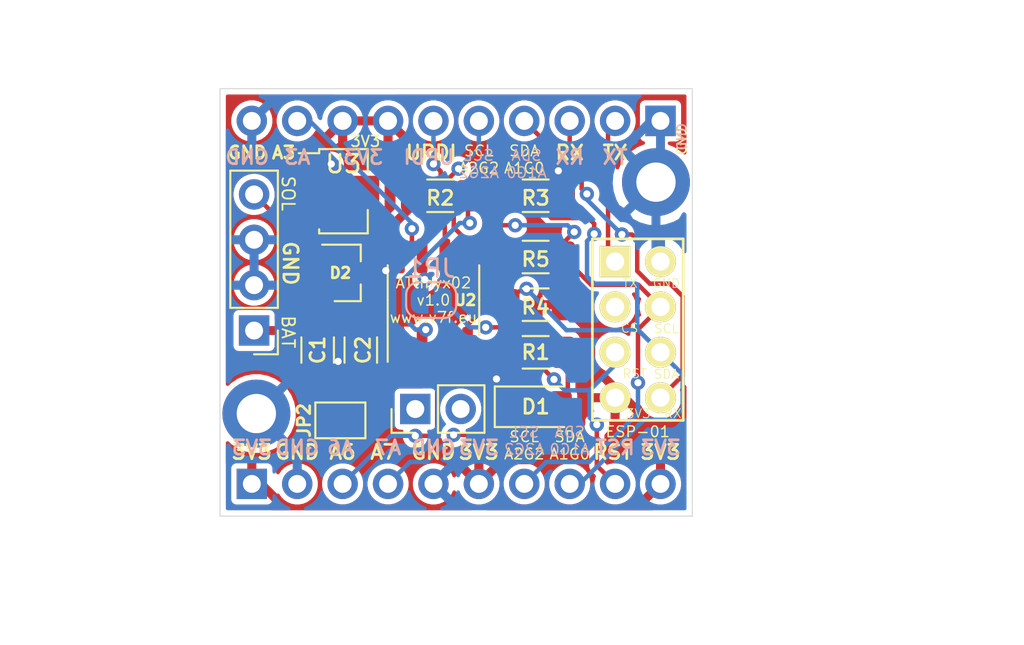
<source format=kicad_pcb>
(kicad_pcb (version 20241229) (generator "pcbnew") (generator_version "9.0")
  (title_block (title "ESP Attiny") (date "2021-06-19") (rev "0.1") (company "www.v7f.eu"))
  (layers (0 "F.Cu" signal) (2 "B.Cu" signal) (13 "F.Paste" user) (15 "B.Paste" user) (5 "F.SilkS" user) (7 "B.SilkS" user) (1 "F.Mask" user) (3 "B.Mask" user) (25 "Edge.Cuts" user))
  (net 0 "")
  (net 1 "GND")
  (net 2 "+3V3")
  (net 3 "Net-(D2-Pad2)")
  (net 4 "Net-(D1-Pad2)")
  (net 5 "+BATT")
  (net 6 "/A7")
  (net 7 "/RST")
  (net 8 "/TX")
  (net 9 "/RX")
  (net 10 "/A3")
  (net 11 "Net-(JP3-Pad2)")
  (net 12 "/A6")
  (net 13 "/SDA-A1")
  (net 14 "/SCL-A2")
  (net 15 "/UPDI")
  (net 16 "Net-(D2-Pad1)")
  (footprint "MountingHole:MountingHole_2.2mm_M2_DIN965_Pad" (layer "F.Cu") (at 47.752 58.547)
    (property "Reference" "REF**" (hide yes))
    (property "Value" "MountingHole_2.2mm_M2_DIN965_Pad")
    (pad "1" thru_hole circle (at 0 0) (size 3.8 3.8) (drill 2.2) (layers "*.Cu" "*.Mask") (net 1 "GND"))
  )
  (footprint "Jumper:SolderJumper-2_P1.3mm_Open_Pad1.0x1.5mm" (layer "F.Cu") (at 52.451 58.928)
    (property "Reference" "JP2" (at -2.032 0 90) (layer "F.SilkS") (effects (font (size 0.7 0.7))))
    (property "Value" "SolderJumper_2_Open")
    (fp_line (start -1.4 -1) (end 1.4 -1) (stroke (width 0.12)) (layer "F.SilkS"))
    (fp_line (start -1.4 1) (end -1.4 -1) (stroke (width 0.12)) (layer "F.SilkS"))
    (fp_line (start 1.4 -1) (end 1.4 1) (stroke (width 0.12)) (layer "F.SilkS"))
    (fp_line (start 1.4 1) (end -1.4 1) (stroke (width 0.12)) (layer "F.SilkS"))
    (pad "1" smd rect (at -0.65 0) (size 1 1.5) (layers "F.Cu" "F.Mask") (net 2 "+3V3"))
    (pad "2" smd rect (at 0.65 0) (size 1 1.5) (layers "F.Cu" "F.Mask") (net 5 "+BATT"))
  )
  (footprint "Capacitor_SMD:C_1206_3216Metric_Pad1.33x1.80mm_HandSolder" (layer "F.Cu") (at 51.181 54.991 -90)
    (property "Reference" "C1" (at 0 0 90) (layer "F.SilkS") (effects (font (size 0.8 0.8))))
    (property "Value" "1u")
    (fp_line (start -0.711252 0.91) (end 0.711252 0.91) (stroke (width 0.12)) (layer "F.SilkS"))
    (fp_line (start -0.711252 -0.91) (end 0.711252 -0.91) (stroke (width 0.12)) (layer "F.SilkS"))
    (pad "1" smd roundrect (at -1.5625 0 270) (size 1.325 1.8) (layers "F.Cu" "F.Mask" "F.Paste") (roundrect_rratio 0.188679) (net 5 "+BATT"))
    (pad "2" smd roundrect (at 1.5625 0 270) (size 1.325 1.8) (layers "F.Cu" "F.Mask" "F.Paste") (roundrect_rratio 0.188679) (net 1 "GND"))
  )
  (footprint "Capacitor_SMD:C_1206_3216Metric_Pad1.33x1.80mm_HandSolder" (layer "F.Cu") (at 53.594 54.991 -90)
    (property "Reference" "C2" (at 0 -0.127 90) (layer "F.SilkS") (effects (font (size 0.8 0.8))))
    (property "Value" "1u")
    (fp_line (start -0.711252 0.91) (end 0.711252 0.91) (stroke (width 0.12)) (layer "F.SilkS"))
    (fp_line (start -0.711252 -0.91) (end 0.711252 -0.91) (stroke (width 0.12)) (layer "F.SilkS"))
    (pad "1" smd roundrect (at -1.5625 0 270) (size 1.325 1.8) (layers "F.Cu" "F.Mask" "F.Paste") (roundrect_rratio 0.188679) (net 2 "+3V3"))
    (pad "2" smd roundrect (at 1.5625 0 270) (size 1.325 1.8) (layers "F.Cu" "F.Mask" "F.Paste") (roundrect_rratio 0.188679) (net 1 "GND"))
  )
  (footprint "Resistor_SMD:R_1206_3216Metric_Pad1.30x1.75mm_HandSolder" (layer "F.Cu") (at 63.373 55.118)
    (property "Reference" "R1" (at 0 0 0) (layer "F.SilkS") (effects (font (size 0.8 0.8))))
    (property "Value" "220")
    (fp_line (start -0.727064 -0.91) (end 0.727064 -0.91) (stroke (width 0.12)) (layer "F.SilkS"))
    (fp_line (start -0.727064 0.91) (end 0.727064 0.91) (stroke (width 0.12)) (layer "F.SilkS"))
    (pad "1" smd roundrect (at -1.55 0) (size 1.3 1.75) (layers "F.Cu" "F.Mask" "F.Paste") (roundrect_rratio 0.192308) (net 6 "/A7"))
    (pad "2" smd roundrect (at 1.55 0) (size 1.3 1.75) (layers "F.Cu" "F.Mask" "F.Paste") (roundrect_rratio 0.192308) (net 4 "Net-(D1-Pad2)"))
  )
  (footprint "Resistor_SMD:R_1206_3216Metric_Pad1.30x1.75mm_HandSolder" (layer "F.Cu") (at 58.039 46.355 180)
    (property "Reference" "R2" (at 0 -0.127 0) (layer "F.SilkS") (effects (font (size 0.8 0.8))))
    (property "Value" "1M")
    (fp_line (start -0.727064 0.91) (end 0.727064 0.91) (stroke (width 0.12)) (layer "F.SilkS"))
    (fp_line (start -0.727064 -0.91) (end 0.727064 -0.91) (stroke (width 0.12)) (layer "F.SilkS"))
    (pad "1" smd roundrect (at -1.55 0 180) (size 1.3 1.75) (layers "F.Cu" "F.Mask" "F.Paste") (roundrect_rratio 0.192308) (net 12 "/A6"))
    (pad "2" smd roundrect (at 1.55 0 180) (size 1.3 1.75) (layers "F.Cu" "F.Mask" "F.Paste") (roundrect_rratio 0.192308) (net 5 "+BATT"))
  )
  (footprint "Resistor_SMD:R_1206_3216Metric_Pad1.30x1.75mm_HandSolder" (layer "F.Cu") (at 63.373 46.355 180)
    (property "Reference" "R3" (at 0 -0.127 0) (layer "F.SilkS") (effects (font (size 0.8 0.8))))
    (property "Value" "1M")
    (fp_line (start -0.727064 0.91) (end 0.727064 0.91) (stroke (width 0.12)) (layer "F.SilkS"))
    (fp_line (start -0.727064 -0.91) (end 0.727064 -0.91) (stroke (width 0.12)) (layer "F.SilkS"))
    (pad "1" smd roundrect (at -1.55 0 180) (size 1.3 1.75) (layers "F.Cu" "F.Mask" "F.Paste") (roundrect_rratio 0.192308) (net 1 "GND"))
    (pad "2" smd roundrect (at 1.55 0 180) (size 1.3 1.75) (layers "F.Cu" "F.Mask" "F.Paste") (roundrect_rratio 0.192308) (net 12 "/A6"))
  )
  (footprint "Package_SO:SOIC-8_3.9x4.9mm_P1.27mm" (layer "F.Cu") (at 57.658 52.197 90)
    (property "Reference" "U2" (at 0 1.778 180) (layer "F.SilkS") (effects (font (size 0.6 0.6))))
    (property "Value" "ATtiny402-SS")
    (fp_line (start 0 -2.56) (end 1.95 -2.56) (stroke (width 0.12)) (layer "F.SilkS"))
    (fp_line (start 0 -2.56) (end -3.45 -2.56) (stroke (width 0.12)) (layer "F.SilkS"))
    (fp_line (start 0 2.56) (end 1.95 2.56) (stroke (width 0.12)) (layer "F.SilkS"))
    (fp_line (start 0 2.56) (end -1.95 2.56) (stroke (width 0.12)) (layer "F.SilkS"))
    (pad "1" smd roundrect (at -2.475 -1.905 90) (size 1.95 0.6) (layers "F.Cu" "F.Mask" "F.Paste") (net 2 "+3V3"))
    (pad "2" smd roundrect (at -2.475 -0.635 90) (size 1.95 0.6) (layers "F.Cu" "F.Mask" "F.Paste") (net 12 "/A6"))
    (pad "3" smd roundrect (at -2.475 0.635 90) (size 1.95 0.6) (layers "F.Cu" "F.Mask" "F.Paste") (net 6 "/A7"))
    (pad "4" smd roundrect (at -2.475 1.905 90) (size 1.95 0.6) (layers "F.Cu" "F.Mask" "F.Paste") (net 13 "/SDA-A1"))
    (pad "5" smd roundrect (at 2.475 1.905 90) (size 1.95 0.6) (layers "F.Cu" "F.Mask" "F.Paste") (net 14 "/SCL-A2"))
    (pad "6" smd roundrect (at 2.475 0.635 90) (size 1.95 0.6) (layers "F.Cu" "F.Mask" "F.Paste") (net 15 "/UPDI"))
    (pad "7" smd roundrect (at 2.475 -0.635 90) (size 1.95 0.6) (layers "F.Cu" "F.Mask" "F.Paste") (net 10 "/A3"))
    (pad "8" smd roundrect (at 2.475 -1.905 90) (size 1.95 0.6) (layers "F.Cu" "F.Mask" "F.Paste") (net 1 "GND"))
  )
  (footprint "MountingHole:MountingHole_2.2mm_M2_DIN965_Pad" (layer "F.Cu") (at 70.104 45.593)
    (property "Reference" "REF**" (hide yes))
    (property "Value" "MountingHole_2.2mm_M2_DIN965_Pad")
    (pad "1" thru_hole circle (at 0 0) (size 3.8 3.8) (drill 2.2) (layers "*.Cu" "*.Mask") (net 1 "GND"))
  )
  (footprint "Resistor_SMD:R_1206_3216Metric_Pad1.30x1.75mm_HandSolder" (layer "F.Cu") (at 63.373 49.784)
    (property "Reference" "R5" (at 0 0.127 0) (layer "F.SilkS") (effects (font (size 0.8 0.8))))
    (property "Value" "4k7")
    (fp_line (start -0.727064 -0.91) (end 0.727064 -0.91) (stroke (width 0.12)) (layer "F.SilkS"))
    (fp_line (start -0.727064 0.91) (end 0.727064 0.91) (stroke (width 0.12)) (layer "F.SilkS"))
    (pad "1" smd roundrect (at -1.55 0) (size 1.3 1.75) (layers "F.Cu" "F.Mask" "F.Paste") (roundrect_rratio 0.192308) (net 2 "+3V3"))
    (pad "2" smd roundrect (at 1.55 0) (size 1.3 1.75) (layers "F.Cu" "F.Mask" "F.Paste") (roundrect_rratio 0.192308) (net 14 "/SCL-A2"))
  )
  (footprint "Package_TO_SOT_SMD:SOT-23" (layer "F.Cu") (at 52.832 50.673)
    (property "Reference" "D2" (at -0.381 0 0) (layer "F.SilkS") (effects (font (size 0.6 0.6))))
    (property "Value" "BAT54S")
    (fp_line (start 0.76 -1.58) (end -1.4 -1.58) (stroke (width 0.12)) (layer "F.SilkS"))
    (fp_line (start 0.76 -1.58) (end 0.76 -0.65) (stroke (width 0.12)) (layer "F.SilkS"))
    (fp_line (start 0.76 1.58) (end -0.7 1.58) (stroke (width 0.12)) (layer "F.SilkS"))
    (fp_line (start 0.76 1.58) (end 0.76 0.65) (stroke (width 0.12)) (layer "F.SilkS"))
    (pad "1" smd rect (at -1 -0.95) (size 0.9 0.8) (layers "F.Cu" "F.Mask" "F.Paste") (net 16 "Net-(D2-Pad1)"))
    (pad "2" smd rect (at -1 0.95) (size 0.9 0.8) (layers "F.Cu" "F.Mask" "F.Paste") (net 3 "Net-(D2-Pad2)"))
    (pad "3" smd rect (at 1 0) (size 0.9 0.8) (layers "F.Cu" "F.Mask" "F.Paste") (net 5 "+BATT"))
  )
  (footprint "Resistor_SMD:R_1206_3216Metric_Pad1.30x1.75mm_HandSolder" (layer "F.Cu") (at 63.373 52.451 180)
    (property "Reference" "R4" (at 0 -0.127 0) (layer "F.SilkS") (effects (font (size 0.8 0.8))))
    (property "Value" "4k7")
    (fp_line (start -0.727064 0.91) (end 0.727064 0.91) (stroke (width 0.12)) (layer "F.SilkS"))
    (fp_line (start -0.727064 -0.91) (end 0.727064 -0.91) (stroke (width 0.12)) (layer "F.SilkS"))
    (pad "1" smd roundrect (at -1.55 0 180) (size 1.3 1.75) (layers "F.Cu" "F.Mask" "F.Paste") (roundrect_rratio 0.192308) (net 2 "+3V3"))
    (pad "2" smd roundrect (at 1.55 0 180) (size 1.3 1.75) (layers "F.Cu" "F.Mask" "F.Paste") (roundrect_rratio 0.192308) (net 13 "/SDA-A1"))
  )
  (footprint "Connector_PinHeader_2.54mm:PinHeader_1x04_P2.54mm_Vertical" (layer "F.Cu") (at 47.625 53.8988 180)
    (property "Reference" "J3" (hide yes))
    (property "Value" "Conn_01x04_Male")
    (fp_line (start 1.33 1.27) (end 1.33 8.95) (stroke (width 0.12)) (layer "F.SilkS"))
    (fp_line (start -1.33 8.95) (end 1.33 8.95) (stroke (width 0.12)) (layer "F.SilkS"))
    (fp_line (start -1.33 1.27) (end 1.33 1.27) (stroke (width 0.12)) (layer "F.SilkS"))
    (fp_line (start -1.33 1.27) (end -1.33 8.95) (stroke (width 0.12)) (layer "F.SilkS"))
    (fp_line (start -1.33 0) (end -1.33 -1.33) (stroke (width 0.12)) (layer "F.SilkS"))
    (fp_line (start -1.33 -1.33) (end 0 -1.33) (stroke (width 0.12)) (layer "F.SilkS"))
    (pad "1" thru_hole rect (at 0 0 180) (size 1.7 1.7) (drill 1) (layers "*.Cu" "*.Mask") (net 5 "+BATT"))
    (pad "2" thru_hole oval (at 0 2.54 180) (size 1.7 1.7) (drill 1) (layers "*.Cu" "*.Mask") (net 1 "GND"))
    (pad "3" thru_hole oval (at 0 5.08 180) (size 1.7 1.7) (drill 1) (layers "*.Cu" "*.Mask") (net 1 "GND"))
    (pad "4" thru_hole oval (at 0 7.62 180) (size 1.7 1.7) (drill 1) (layers "*.Cu" "*.Mask") (net 16 "Net-(D2-Pad1)"))
  )
  (footprint "LED_SMD:LED_1206_3216Metric" (layer "F.Cu") (at 63.373 58.166)
    (property "Reference" "D1" (at 0 0 0) (layer "F.SilkS") (effects (font (size 0.8 0.8))))
    (property "Value" "LED")
    (fp_line (start -2.285 -1.135) (end -2.285 1.135) (stroke (width 0.12)) (layer "F.SilkS"))
    (fp_line (start -2.285 1.135) (end 1.6 1.135) (stroke (width 0.12)) (layer "F.SilkS"))
    (fp_line (start 1.6 -1.135) (end -2.285 -1.135) (stroke (width 0.12)) (layer "F.SilkS"))
    (pad "1" smd roundrect (at -1.4 0) (size 1.25 1.75) (layers "F.Cu" "F.Mask" "F.Paste") (roundrect_rratio 0.2) (net 1 "GND"))
    (pad "2" smd roundrect (at 1.4 0) (size 1.25 1.75) (layers "F.Cu" "F.Mask" "F.Paste") (roundrect_rratio 0.2) (net 4 "Net-(D1-Pad2)"))
  )
  (footprint "Package_TO_SOT_SMD:SOT-89-3" (layer "F.Cu") (at 52.324 46.101)
    (property "Reference" "U3" (at 0.3 -1.524 0) (layer "F.SilkS"))
    (property "Value" "MCP1700")
    (fp_line (start -2.2 -2.13) (end -1.06 -2.13) (stroke (width 0.12)) (layer "F.SilkS"))
    (fp_line (start -1.06 -2.36) (end -1.06 -2.13) (stroke (width 0.12)) (layer "F.SilkS"))
    (fp_line (start -1.06 -2.36) (end 1.66 -2.36) (stroke (width 0.12)) (layer "F.SilkS"))
    (fp_line (start -1.06 2.36) (end -1.06 2.13) (stroke (width 0.12)) (layer "F.SilkS"))
    (fp_line (start 1.66 -2.36) (end 1.66 -1.05) (stroke (width 0.12)) (layer "F.SilkS"))
    (fp_line (start 1.66 1.05) (end 1.66 2.36) (stroke (width 0.12)) (layer "F.SilkS"))
    (fp_line (start 1.66 2.36) (end -1.06 2.36) (stroke (width 0.12)) (layer "F.SilkS"))
    (pad "1" smd rect (at -1.65 -1.5) (size 1.3 0.9) (layers "F.Cu" "F.Mask" "F.Paste") (net 1 "GND"))
    (pad "2" smd custom (at -1.5625 0) (size 1.475 0.9) (layers "F.Cu" "F.Mask" "F.Paste") (net 5 "+BATT") (options (clearance outline) (anchor rect)) (primitives (gr_poly (pts (xy 0.7375 -0.8665) (xy 3.8625 -0.8665) (xy 3.8625 0.8665) (xy 0.7375 0.8665)) (width 0) (fill yes))))
    (pad "3" smd rect (at -1.65 1.5) (size 1.3 0.9) (layers "F.Cu" "F.Mask" "F.Paste") (net 2 "+3V3"))
  )
  (footprint "Connector_PinHeader_2.54mm:PinHeader_1x02_P2.54mm_Vertical" (layer "F.Cu") (at 56.642 58.293 90)
    (property "Reference" "REF**" (hide yes))
    (property "Value" "PinHeader_1x02_P2.54mm_Vertical")
    (fp_line (start -1.33 -1.33) (end 0 -1.33) (stroke (width 0.12)) (layer "F.SilkS"))
    (fp_line (start -1.33 0) (end -1.33 -1.33) (stroke (width 0.12)) (layer "F.SilkS"))
    (fp_line (start 1.33 1.27) (end 1.33 3.87) (stroke (width 0.12)) (layer "F.SilkS"))
    (fp_line (start -1.33 1.27) (end 1.33 1.27) (stroke (width 0.12)) (layer "F.SilkS"))
    (fp_line (start -1.33 1.27) (end -1.33 3.87) (stroke (width 0.12)) (layer "F.SilkS"))
    (fp_line (start -1.33 3.87) (end 1.33 3.87) (stroke (width 0.12)) (layer "F.SilkS"))
    (pad "1" thru_hole rect (at 0 0 90) (size 1.7 1.7) (drill 1) (layers "*.Cu" "*.Mask"))
    (pad "2" thru_hole oval (at 0 2.54 90) (size 1.7 1.7) (drill 1) (layers "*.Cu" "*.Mask"))
  )
  (footprint "ESP8266:ESP-01" (layer "F.Cu") (at 67.818 50.038)
    (property "Reference" "U1" (hide yes))
    (property "Value" "ESP-01v090")
    (fp_line (start -1.27 -1.27) (end -1.27 1.27) (stroke (width 0.1524)) (layer "F.SilkS"))
    (fp_line (start -1.27 1.27) (end -1.27 8.89) (stroke (width 0.1524)) (layer "F.SilkS"))
    (fp_line (start -1.27 8.89) (end 3.81 8.89) (stroke (width 0.1524)) (layer "F.SilkS"))
    (fp_line (start 1.27 -1.27) (end -1.27 -1.27) (stroke (width 0.1524)) (layer "F.SilkS"))
    (fp_line (start 3.81 -1.27) (end 1.27 -1.27) (stroke (width 0.1524)) (layer "F.SilkS"))
    (fp_line (start 3.81 8.89) (end 3.81 -1.27) (stroke (width 0.1524)) (layer "F.SilkS"))
    (pad "1" thru_hole rect (at 0 0) (size 1.7272 1.7272) (drill 1.016) (layers "*.Cu" "*.Mask" "F.SilkS") (net 8 "/TX"))
    (pad "2" thru_hole oval (at 2.54 0) (size 1.7272 1.7272) (drill 1.016) (layers "*.Cu" "*.Mask" "F.SilkS") (net 1 "GND"))
    (pad "3" thru_hole oval (at 0 2.54) (size 1.7272 1.7272) (drill 1.016) (layers "*.Cu" "*.Mask" "F.SilkS") (net 11 "Net-(JP3-Pad2)"))
    (pad "4" thru_hole oval (at 2.54 2.54) (size 1.7272 1.7272) (drill 1.016) (layers "*.Cu" "*.Mask" "F.SilkS") (net 14 "/SCL-A2"))
    (pad "5" thru_hole oval (at 0 5.08) (size 1.7272 1.7272) (drill 1.016) (layers "*.Cu" "*.Mask" "F.SilkS") (net 7 "/RST"))
    (pad "6" thru_hole oval (at 2.54 5.08) (size 1.7272 1.7272) (drill 1.016) (layers "*.Cu" "*.Mask" "F.SilkS") (net 13 "/SDA-A1"))
    (pad "7" thru_hole oval (at 0 7.62) (size 1.7272 1.7272) (drill 1.016) (layers "*.Cu" "*.Mask" "F.SilkS") (net 2 "+3V3"))
    (pad "8" thru_hole oval (at 2.54 7.62) (size 1.7272 1.7272) (drill 1.016) (layers "*.Cu" "*.Mask" "F.SilkS") (net 9 "/RX"))
  )
  (footprint "Connector_PinHeader_2.54mm:PinHeader_1x10_P2.54mm_Vertical" (layer "B.Cu") (at 70.358 42.164 90)
    (property "Reference" "J2" (hide yes))
    (property "Value" "Conn_01x10_Male")
    (pad "1" thru_hole rect (at 0 0 90) (size 1.7 1.7) (drill 1) (layers "*.Cu" "*.Mask") (net 1 "GND"))
    (pad "2" thru_hole oval (at 0 -2.54 90) (size 1.7 1.7) (drill 1) (layers "*.Cu" "*.Mask") (net 8 "/TX"))
    (pad "3" thru_hole oval (at 0 -5.08 90) (size 1.7 1.7) (drill 1) (layers "*.Cu" "*.Mask") (net 9 "/RX"))
    (pad "4" thru_hole oval (at 0 -7.62 90) (size 1.7 1.7) (drill 1) (layers "*.Cu" "*.Mask") (net 13 "/SDA-A1"))
    (pad "5" thru_hole oval (at 0 -10.16 90) (size 1.7 1.7) (drill 1) (layers "*.Cu" "*.Mask") (net 14 "/SCL-A2"))
    (pad "6" thru_hole oval (at 0 -12.7 90) (size 1.7 1.7) (drill 1) (layers "*.Cu" "*.Mask") (net 15 "/UPDI"))
    (pad "7" thru_hole oval (at 0 -15.24 90) (size 1.7 1.7) (drill 1) (layers "*.Cu" "*.Mask") (net 2 "+3V3"))
    (pad "8" thru_hole oval (at 0 -17.78 90) (size 1.7 1.7) (drill 1) (layers "*.Cu" "*.Mask") (net 2 "+3V3"))
    (pad "9" thru_hole oval (at 0 -20.32 90) (size 1.7 1.7) (drill 1) (layers "*.Cu" "*.Mask") (net 10 "/A3"))
    (pad "10" thru_hole oval (at 0 -22.86 90) (size 1.7 1.7) (drill 1) (layers "*.Cu" "*.Mask") (net 1 "GND"))
  )
  (footprint "Jumper:SolderJumper-2_P1.3mm_Bridged_RoundedPad1.0x1.5mm" (layer "B.Cu") (at 57.531 52.197)
    (property "Reference" "JP1" (at -0.015 -1.778 0) (layer "B.SilkS") (effects (justify mirror)))
    (property "Value" "SolderJumper_2")
    (fp_poly (pts (xy 0.25 0.3) (xy -0.25 0.3) (xy -0.25 -0.3) (xy 0.25 -0.3)) (fill yes) (layer "B.Cu"))
    (fp_line (start -1.4 -0.3) (end -1.4 0.3) (stroke (width 0.12)) (layer "B.SilkS"))
    (fp_line (start -0.7 1) (end 0.7 1) (stroke (width 0.12)) (layer "B.SilkS"))
    (fp_line (start 0.7 -1) (end -0.7 -1) (stroke (width 0.12)) (layer "B.SilkS"))
    (fp_line (start 1.4 0.3) (end 1.4 -0.3) (stroke (width 0.12)) (layer "B.SilkS"))
    (fp_arc (start -1.4 -0.3) (mid -1.194975 -0.794975) (end -0.7 -1) (stroke (width 0.12)) (layer "B.SilkS"))
    (fp_arc (start -0.7 1) (mid -1.194975 0.794975) (end -1.4 0.3) (stroke (width 0.12)) (layer "B.SilkS"))
    (fp_arc (start 0.7 -1) (mid 1.194975 -0.794975) (end 1.4 -0.3) (stroke (width 0.12)) (layer "B.SilkS"))
    (fp_arc (start 1.4 0.3) (mid 1.194975 0.794975) (end 0.7 1) (stroke (width 0.12)) (layer "B.SilkS"))
    (pad "1" smd custom (at -0.65 0) (size 1 0.5) (layers "B.Cu" "B.Mask") (net 10 "/A3") (options (clearance outline) (anchor rect)) (primitives (gr_circle (center 0 -0.25) (end 0.5 -0.25) (width 0) (fill yes)) (gr_circle (center 0 0.25) (end 0.5 0.25) (width 0) (fill yes)) (gr_poly (pts (xy 0 0.75) (xy 0.5 0.75) (xy 0.5 -0.75) (xy 0 -0.75)) (width 0) (fill yes))))
    (pad "2" smd custom (at 0.65 0) (size 1 0.5) (layers "B.Cu" "B.Mask") (net 7 "/RST") (options (clearance outline) (anchor rect)) (primitives (gr_circle (center 0 -0.25) (end 0.5 -0.25) (width 0) (fill yes)) (gr_circle (center 0 0.25) (end 0.5 0.25) (width 0) (fill yes)) (gr_poly (pts (xy 0 0.75) (xy -0.5 0.75) (xy -0.5 -0.75) (xy 0 -0.75)) (width 0) (fill yes))))
  )
  (footprint "Connector_PinHeader_2.54mm:PinHeader_1x10_P2.54mm_Vertical" (layer "B.Cu") (at 47.498 62.484 -90)
    (property "Reference" "J1" (hide yes))
    (property "Value" "Conn_01x10_Male")
    (pad "1" thru_hole rect (at 0 0 270) (size 1.7 1.7) (drill 1) (layers "*.Cu" "*.Mask") (net 2 "+3V3"))
    (pad "2" thru_hole oval (at 0 -2.54 270) (size 1.7 1.7) (drill 1) (layers "*.Cu" "*.Mask") (net 1 "GND"))
    (pad "3" thru_hole oval (at 0 -5.08 270) (size 1.7 1.7) (drill 1) (layers "*.Cu" "*.Mask") (net 12 "/A6"))
    (pad "4" thru_hole oval (at 0 -7.62 270) (size 1.7 1.7) (drill 1) (layers "*.Cu" "*.Mask") (net 6 "/A7"))
    (pad "5" thru_hole oval (at 0 -10.16 270) (size 1.7 1.7) (drill 1) (layers "*.Cu" "*.Mask") (net 1 "GND"))
    (pad "6" thru_hole oval (at 0 -12.7 270) (size 1.7 1.7) (drill 1) (layers "*.Cu" "*.Mask") (net 2 "+3V3"))
    (pad "7" thru_hole oval (at 0 -15.24 270) (size 1.7 1.7) (drill 1) (layers "*.Cu" "*.Mask") (net 14 "/SCL-A2"))
    (pad "8" thru_hole oval (at 0 -17.78 270) (size 1.7 1.7) (drill 1) (layers "*.Cu" "*.Mask") (net 13 "/SDA-A1"))
    (pad "9" thru_hole oval (at 0 -20.32 270) (size 1.7 1.7) (drill 1) (layers "*.Cu" "*.Mask") (net 7 "/RST"))
    (pad "10" thru_hole oval (at 0 -22.86 270) (size 1.7 1.7) (drill 1) (layers "*.Cu" "*.Mask") (net 2 "+3V3"))
  )
  (gr_line (start 72.136 40.3606) (end 72.136 64.2874) (stroke (width 0.05)) (layer "Edge.Cuts"))
  (gr_line (start 45.72 40.3606) (end 72.136 40.3606) (stroke (width 0.05)) (layer "Edge.Cuts"))
  (gr_line (start 45.72 64.2874) (end 45.72 40.3606) (stroke (width 0.05)) (layer "Edge.Cuts"))
  (gr_line (start 72.136 64.2874) (end 45.72 64.2874) (stroke (width 0.05)) (layer "Edge.Cuts"))
  (gr_text "SCL\nA2G2" (at 60.198 44.323 0) (layer "F.SilkS") (effects (font (size 0.6 0.6) (thickness 0.08))))
  (gr_text "RX" (at 65.278 43.942 0) (layer "F.SilkS") (effects (font (size 0.8 0.8))))
  (gr_text "TX" (at 67.818 43.942 0) (layer "F.SilkS") (effects (font (size 0.8 0.8))))
  (gr_text "GND" (at 49.657 50.1396 -90) (layer "F.SilkS") (effects (font (size 0.8 0.8))))
  (gr_text "SOL" (at 49.53 46.228 -90) (layer "F.SilkS") (effects (font (size 0.7 0.7) (thickness 0.1))))
  (gr_text "BAT" (at 49.53 53.975 -90) (layer "F.SilkS") (effects (font (size 0.7 0.7) (thickness 0.1))))
  (gr_text "ESP-01" (at 69.088 59.563 0) (layer "F.SilkS") (effects (font (size 0.6 0.6) (thickness 0.08))))
  (gr_text "GND" (at 50.038 60.706 0) (layer "F.SilkS") (effects (font (size 0.8 0.8))))
  (gr_text "A7" (at 54.864 60.706 0) (layer "F.SilkS") (effects (font (size 0.8 0.8))))
  (gr_text "3V3" (at 60.198 60.706 0) (layer "F.SilkS") (effects (font (size 0.8 0.8))))
  (gr_text "SDA\nA1G0" (at 62.738 44.323 0) (layer "F.SilkS") (effects (font (size 0.6 0.6) (thickness 0.08))))
  (gr_text "RST" (at 67.691 60.706 0) (layer "F.SilkS") (effects (font (size 0.8 0.8))))
  (gr_text "GND" (at 71.501 43.307 -90) (layer "F.SilkS") (effects (font (size 0.5 0.5) (thickness 0.08))))
  (gr_text "A6" (at 52.578 60.706 0) (layer "F.SilkS") (effects (font (size 0.8 0.8))))
  (gr_text "3V3" (at 47.498 60.706 0) (layer "F.SilkS") (effects (font (size 0.8 0.8))))
  (gr_text "GND" (at 57.658 60.706 0) (layer "F.SilkS") (effects (font (size 0.8 0.8))))
  (gr_text "GND" (at 70.6882 51.2572 0) (layer "F.SilkS") (effects (font (size 0.5 0.5) (thickness 0.05))))
  (gr_text "SCL" (at 70.6882 53.7972 0) (layer "F.SilkS") (effects (font (size 0.5 0.5) (thickness 0.05))))
  (gr_text "3V3" (at 69.1134 58.547 0) (layer "F.SilkS") (effects (font (size 0.5 0.5) (thickness 0.05))))
  (gr_text "RX" (at 71.0438 58.547 0) (layer "F.SilkS") (effects (font (size 0.5 0.5) (thickness 0.05))))
  (gr_text "RST" (at 68.9102 56.3118 0) (layer "F.SilkS") (effects (font (size 0.5 0.5) (thickness 0.05))))
  (gr_text "CS" (at 68.6308 53.7718 0) (layer "F.SilkS") (effects (font (size 0.5 0.5) (thickness 0.05))))
  (gr_text "3V3" (at 70.358 60.706 0) (layer "F.SilkS") (effects (font (size 0.8 0.8))))
  (gr_text "TX" (at 68.6562 51.2572 0) (layer "F.SilkS") (effects (font (size 0.5 0.5) (thickness 0.05))))
  (gr_text "SDA" (at 70.6882 56.3372 0) (layer "F.SilkS") (effects (font (size 0.5 0.5) (thickness 0.05))))
  (gr_text "SDA\nA1G0" (at 65.278 60.325 0) (layer "F.SilkS") (effects (font (size 0.6 0.6) (thickness 0.08))))
  (gr_text "ATtinyx02\nv1.0\nwww.v7f.eu" (at 57.658 52.197 0) (layer "F.SilkS") (effects (font (size 0.6 0.6) (thickness 0.08))))
  (gr_text "UPDI" (at 57.531 43.942 0) (layer "F.SilkS") (effects (font (size 0.8 0.8))))
  (gr_text "SCL\nA2G2" (at 62.738 60.325 0) (layer "F.SilkS") (effects (font (size 0.6 0.6) (thickness 0.08))))
  (gr_text "3V3" (at 53.848 43.307 0) (layer "F.SilkS") (effects (font (size 0.6 0.6) (thickness 0.1))))
  (gr_text "A3" (at 49.276 43.942 0) (layer "F.SilkS") (effects (font (size 0.7 0.7))))
  (gr_text "GND" (at 47.244 43.942 0) (layer "F.SilkS") (effects (font (size 0.7 0.7))))
  (gr_text "3V3" (at 47.498 60.452 0) (layer "B.SilkS") (effects (font (size 0.8 0.8)) (justify mirror)))
  (gr_text "GND" (at 50.038 60.452 0) (layer "B.SilkS") (effects (font (size 0.8 0.8)) (justify mirror)))
  (gr_text "A6" (at 52.451 60.452 0) (layer "B.SilkS") (effects (font (size 0.8 0.8)) (justify mirror)))
  (gr_text "A7" (at 55.118 60.452 0) (layer "B.SilkS") (effects (font (size 0.8 0.8)) (justify mirror)))
  (gr_text "GND" (at 57.658 60.452 0) (layer "B.SilkS") (effects (font (size 0.8 0.8)) (justify mirror)))
  (gr_text "3V3" (at 60.198 60.452 0) (layer "B.SilkS") (effects (font (size 0.8 0.8)) (justify mirror)))
  (gr_text "RST" (at 67.818 60.452 0) (layer "B.SilkS") (effects (font (size 0.8 0.8)) (justify mirror)))
  (gr_text "GND" (at 71.501 43.053 270) (layer "B.SilkS") (effects (font (size 0.5 0.5) (thickness 0.08)) (justify mirror)))
  (gr_text "3V3" (at 70.358 60.452 0) (layer "B.SilkS") (effects (font (size 0.8 0.8)) (justify mirror)))
  (gr_text "GND" (at 47.244 44.196 0) (layer "B.SilkS") (effects (font (size 0.8 0.8)) (justify mirror)))
  (gr_text "TX" (at 67.818 44.196 0) (layer "B.SilkS") (effects (font (size 0.8 0.8)) (justify mirror)))
  (gr_text "A3" (at 50.038 44.196 0) (layer "B.SilkS") (effects (font (size 0.8 0.8)) (justify mirror)))
  (gr_text "SDA\nA1G0" (at 62.865 44.577 0) (layer "B.SilkS") (effects (font (size 0.6 0.6) (thickness 0.08)) (justify mirror)))
  (gr_text "RX" (at 65.278 44.196 0) (layer "B.SilkS") (effects (font (size 0.8 0.8)) (justify mirror)))
  (gr_text "SCL\nA2G2" (at 60.198 44.577 0) (layer "B.SilkS") (effects (font (size 0.6 0.6) (thickness 0.08)) (justify mirror)))
  (gr_text "SCL\nA2G2" (at 62.738 60.071 0) (layer "B.SilkS") (effects (font (size 0.6 0.6) (thickness 0.08)) (justify mirror)))
  (gr_text "SDA\nA1G0" (at 65.278 60.071 0) (layer "B.SilkS") (effects (font (size 0.6 0.6) (thickness 0.08)) (justify mirror)))
  (gr_text "UPDI" (at 57.404 44.196 0) (layer "B.SilkS") (effects (font (size 0.8 0.8)) (justify mirror)))
  (gr_text "3V3" (at 53.721 44.196 0) (layer "B.SilkS") (effects (font (size 0.8 0.8)) (justify mirror)))
  (segment (start 64.923 45.329997) (end 64.65299 45.059987) (width 0.5) (layer "F.Cu") (net 1))
  (segment (start 61.938441 56.610441) (end 61.973 56.645) (width 0.5) (layer "F.Cu") (net 1))
  (segment (start 65.074368 46.355) (end 65.219486 46.500118) (width 0.5) (layer "F.Cu") (net 1))
  (segment (start 64.65299 44.96799) (end 64.643 44.958) (width 0.5) (layer "F.Cu") (net 1))
  (segment (start 53.594 56.5535) (end 53.2515 56.5535) (width 0.5) (layer "F.Cu") (net 1))
  (segment (start 64.923 46.355) (end 65.074368 46.355) (width 0.5) (layer "F.Cu") (net 1))
  (segment (start 55.753 49.784) (end 54.991 50.546) (width 0.5) (layer "F.Cu") (net 1))
  (segment (start 61.18352 56.610441) (end 61.938441 56.610441) (width 0.5) (layer "F.Cu") (net 1))
  (segment (start 61.973 56.645) (end 61.976 56.642) (width 0.5) (layer "F.Cu") (net 1))
  (segment (start 55.753 49.722) (end 55.753 49.784) (width 0.5) (layer "F.Cu") (net 1))
  (segment (start 50.675 44.577) (end 51.943 44.577) (width 0.5) (layer "F.Cu") (net 1))
  (segment (start 53.2515 56.5535) (end 52.324 55.626) (width 0.5) (layer "F.Cu") (net 1))
  (segment (start 50.674 44.601) (end 50.674 44.578) (width 0.5) (layer "F.Cu") (net 1))
  (segment (start 50.674 44.578) (end 50.675 44.577) (width 0.5) (layer "F.Cu") (net 1))
  (segment (start 64.65299 45.059987) (end 64.65299 44.96799) (width 0.5) (layer "F.Cu") (net 1))
  (segment (start 52.324 55.626) (end 51.181 56.5535) (width 0.5) (layer "F.Cu") (net 1))
  (segment (start 61.973 58.166) (end 61.973 56.645) (width 0.5) (layer "F.Cu") (net 1))
  (segment (start 64.923 46.355) (end 64.923 45.329997) (width 0.5) (layer "F.Cu") (net 1))
  (via (at 54.991 50.546) (size 0.8) (drill 0.4) (layers "F.Cu" "B.Cu") (net 1))
  (via (at 52.324 55.626) (size 0.8) (drill 0.4) (layers "F.Cu" "B.Cu") (net 1))
  (via (at 64.643 44.958) (size 0.8) (drill 0.4) (layers "F.Cu" "B.Cu") (net 1))
  (via (at 51.943 44.577) (size 0.8) (drill 0.4) (layers "F.Cu" "B.Cu") (net 1))
  (via (at 61.18352 56.610441) (size 0.8) (drill 0.4) (layers "F.Cu" "B.Cu") (net 1))
  (segment (start 70.358 42.164) (end 69.85 42.164) (width 0.5) (layer "B.Cu") (net 1))
  (segment (start 48.514 41.148) (end 48.768 41.148) (width 0.5) (layer "B.Cu") (net 1))
  (segment (start 57.658 62.484) (end 58.674 63.5) (width 0.5) (layer "B.Cu") (net 1))
  (segment (start 58.674 61.468) (end 58.928 61.468) (width 0.5) (layer "B.Cu") (net 1))
  (segment (start 70.358 42.164) (end 70.358 45.339) (width 0.5) (layer "B.Cu") (net 1))
  (segment (start 70.104 45.593) (end 70.104 49.784) (width 0.5) (layer "B.Cu") (net 1))
  (segment (start 57.658 62.484) (end 58.674 61.468) (width 0.5) (layer "B.Cu") (net 1))
  (segment (start 58.674 63.5) (end 59.055 63.5) (width 0.5) (layer "B.Cu") (net 1))
  (segment (start 47.498 42.164) (end 48.514 41.148) (width 0.5) (layer "B.Cu") (net 1))
  (segment (start 70.104 49.784) (end 70.358 50.038) (width 0.5) (layer "B.Cu") (net 1))
  (segment (start 70.358 42.164) (end 69.977 42.164) (width 0.5) (layer "B.Cu") (net 1))
  (segment (start 70.358 45.339) (end 70.104 45.593) (width 0.5) (layer "B.Cu") (net 1))
  (segment (start 69.85 42.164) (end 68.326 43.688) (width 0.5) (layer "B.Cu") (net 1))
  (segment (start 66.548 57.658) (end 65.89801 58.30799) (width 0.5) (layer "F.Cu") (net 2))
  (segment (start 70.358 62.484) (end 69.215 63.627) (width 0.5) (layer "F.Cu") (net 2))
  (segment (start 65.89801 58.30799) (end 65.89801 59.101668) (width 0.5) (layer "F.Cu") (net 2))
  (segment (start 69.469 58.78713) (end 68.33987 57.658) (width 0.5) (layer "F.Cu") (net 2))
  (segment (start 53.594 53.4285) (end 56.372244 53.4285) (width 0.5) (layer "F.Cu") (net 2))
  (segment (start 67.818 57.658) (end 67.818 57.13613) (width 0.5) (layer "F.Cu") (net 2))
  (segment (start 61.548001 61.133999) (end 60.198 62.484) (width 0.5) (layer "F.Cu") (net 2))
  (segment (start 69.469 59.563) (end 69.469 58.78713) (width 0.5) (layer "F.Cu") (net 2))
  (segment (start 65.89801 59.101668) (end 63.865679 61.133999) (width 0.5) (layer "F.Cu") (net 2))
  (segment (start 68.33987 57.658) (end 67.818 57.658) (width 0.5) (layer "F.Cu") (net 2))
  (segment (start 70.358 60.452) (end 69.469 59.563) (width 0.5) (layer "F.Cu") (net 2))
  (segment (start 70.358 62.484) (end 70.358 60.452) (width 0.5) (layer "F.Cu") (net 2))
  (segment (start 67.818 57.658) (end 66.548 57.658) (width 0.5) (layer "F.Cu") (net 2))
  (segment (start 62.473 49.784) (end 61.823 49.784) (width 0.5) (layer "F.Cu") (net 2))
  (segment (start 56.630999 43.676999) (end 55.118 42.164) (width 0.5) (layer "F.Cu") (net 2))
  (segment (start 64.923 52.096) (end 63.754 50.927) (width 0.5) (layer "F.Cu") (net 2))
  (segment (start 52.578 42.164) (end 51.091001 43.650999) (width 0.5) (layer "F.Cu") (net 2))
  (segment (start 64.923 52.451) (end 64.923 52.234) (width 0.5) (layer "F.Cu") (net 2))
  (segment (start 49.52399 46.758114) (end 50.366876 47.601) (width 0.5) (layer "F.Cu") (net 2))
  (segment (start 51.091001 43.650999) (end 49.623999 43.650999) (width 0.5) (layer "F.Cu") (net 2))
  (segment (start 66.454399 55.772529) (end 66.454399 53.982399) (width 0.5) (layer "F.Cu") (net 2))
  (segment (start 50.366876 47.601) (end 50.674 47.601) (width 0.5) (layer "F.Cu") (net 2))
  (segment (start 55.118 42.164) (end 52.578 42.164) (width 0.5) (layer "F.Cu") (net 2))
  (segment (start 47.498 62.484) (end 48.006 62.484) (width 0.5) (layer "F.Cu") (net 2))
  (segment (start 64.923 52.451) (end 64.923 52.096) (width 0.5) (layer "F.Cu") (net 2))
  (segment (start 69.469 59.563) (end 69.596 59.563) (width 0.5) (layer "F.Cu") (net 2))
  (segment (start 67.818 57.13613) (end 66.454399 55.772529) (width 0.5) (layer "F.Cu") (net 2))
  (segment (start 49.623999 43.650999) (end 49.52399 43.751008) (width 0.5) (layer "F.Cu") (net 2))
  (segment (start 66.454399 53.982399) (end 64.923 52.451) (width 0.5) (layer "F.Cu") (net 2))
  (segment (start 48.006 62.484) (end 49.149 63.627) (width 0.5) (layer "F.Cu") (net 2))
  (segment (start 63.130001 48.476999) (end 63.130001 45.576323) (width 0.5) (layer "F.Cu") (net 2))
  (segment (start 60.198 62.484) (end 58.407014 60.693014) (width 0.5) (layer "F.Cu") (net 2))
  (segment (start 63.865679 61.133999) (end 61.548001 61.133999) (width 0.5) (layer "F.Cu") (net 2))
  (segment (start 58.603734 51.19701) (end 60.40999 51.19701) (width 0.5) (layer "F.Cu") (net 2))
  (segment (start 60.40999 51.19701) (end 61.823 49.784) (width 0.5) (layer "F.Cu") (net 2))
  (segment (start 58.407014 60.693014) (end 52.316014 60.693014) (width 0.5) (layer "F.Cu") (net 2))
  (segment (start 56.372244 53.4285) (end 58.603734 51.19701) (width 0.5) (layer "F.Cu") (net 2))
  (segment (start 52.316014 60.693014) (end 51.801 60.178) (width 0.5) (layer "F.Cu") (net 2))
  (segment (start 49.52399 43.751008) (end 49.52399 46.758114) (width 0.5) (layer "F.Cu") (net 2))
  (segment (start 61.230677 43.676999) (end 56.630999 43.676999) (width 0.5) (layer "F.Cu") (net 2))
  (segment (start 61.823 49.784) (end 63.130001 48.476999) (width 0.5) (layer "F.Cu") (net 2))
  (segment (start 51.801 60.178) (end 51.801 58.928) (width 0.5) (layer "F.Cu") (net 2))
  (segment (start 63.130001 45.576323) (end 61.230677 43.676999) (width 0.5) (layer "F.Cu") (net 2))
  (segment (start 64.923 55.118) (end 65.174251 55.369251) (width 0.25) (layer "F.Cu") (net 4))
  (segment (start 65.174251 57.764749) (end 64.773 58.166) (width 0.25) (layer "F.Cu") (net 4))
  (segment (start 65.174251 55.369251) (end 65.174251 57.764749) (width 0.25) (layer "F.Cu") (net 4))
  (segment (start 51.824001 48.014001) (end 51.824001 46.750999) (width 0.5) (layer "F.Cu") (net 5))
  (segment (start 51.824001 46.750999) (end 51.724001 46.650999) (width 0.5) (layer "F.Cu") (net 5))
  (segment (start 54.101 58.928) (end 54.99401 58.03499) (width 0.5) (layer "F.Cu") (net 5))
  (segment (start 54.99401 55.830332) (end 53.754688 54.59101) (width 0.5) (layer "F.Cu") (net 5))
  (segment (start 53.754688 54.59101) (end 52.34351 54.59101) (width 0.5) (layer "F.Cu") (net 5))
  (segment (start 53.832 50.673) (end 53.832 49.546) (width 0.5) (layer "F.Cu") (net 5))
  (segment (start 50.881999 53.129499) (end 50.881999 50.822999) (width 0.5) (layer "F.Cu") (net 5))
  (segment (start 53.101 58.928) (end 54.101 58.928) (width 0.5) (layer "F.Cu") (net 5))
  (segment (start 52.34351 54.59101) (end 51.181 53.4285) (width 0.5) (layer "F.Cu") (net 5))
  (segment (start 51.181 53.4285) (end 50.881999 53.129499) (width 0.5) (layer "F.Cu") (net 5))
  (segment (start 52.882 49.072) (end 51.824001 48.014001) (width 0.5) (layer "F.Cu") (net 5))
  (segment (start 50.7615 46.650999) (end 50.7615 46.101) (width 0.5) (layer "F.Cu") (net 5))
  (segment (start 50.881999 50.822999) (end 51.031998 50.673) (width 0.5) (layer "F.Cu") (net 5))
  (segment (start 53.782 50.673) (end 52.882 49.773) (width 0.5) (layer "F.Cu") (net 5))
  (segment (start 53.832 50.673) (end 53.782 50.673) (width 0.5) (layer "F.Cu") (net 5))
  (segment (start 47.625 53.8988) (end 50.7107 53.8988) (width 0.5) (layer "F.Cu") (net 5))
  (segment (start 51.724001 46.650999) (end 50.7615 46.650999) (width 0.5) (layer "F.Cu") (net 5))
  (segment (start 51.031998 50.673) (end 53.832 50.673) (width 0.5) (layer "F.Cu") (net 5))
  (segment (start 53.832 49.546) (end 56.489 46.889) (width 0.5) (layer "F.Cu") (net 5))
  (segment (start 56.489 46.889) (end 56.489 46.355) (width 0.5) (layer "F.Cu") (net 5))
  (segment (start 52.882 49.773) (end 52.882 49.072) (width 0.5) (layer "F.Cu") (net 5))
  (segment (start 54.99401 58.03499) (end 54.99401 55.830332) (width 0.5) (layer "F.Cu") (net 5))
  (segment (start 50.7107 53.8988) (end 51.181 53.4285) (width 0.5) (layer "F.Cu") (net 5))
  (segment (start 59.195532 56.02201) (end 58.293 55.119478) (width 0.25) (layer "F.Cu") (net 6))
  (segment (start 58.293 55.119478) (end 58.293 54.672) (width 0.25) (layer "F.Cu") (net 6))
  (segment (start 55.118 62.484) (end 55.844998 62.484) (width 0.25) (layer "F.Cu") (net 6))
  (segment (start 60.46701 56.02201) (end 59.195532 56.02201) (width 0.25) (layer "F.Cu") (net 6))
  (segment (start 59.770001 59.518001) (end 59.961501 59.326501) (width 0.25) (layer "F.Cu") (net 6))
  (segment (start 61.823 55.118) (end 60.91899 56.02201) (width 0.25) (layer "F.Cu") (net 6))
  (segment (start 60.91899 56.02201) (end 60.46701 56.02201) (width 0.25) (layer "F.Cu") (net 6))
  (segment (start 60.46701 58.820992) (end 60.46701 56.02201) (width 0.25) (layer "F.Cu") (net 6))
  (segment (start 58.785225 59.739574) (end 59.548428 59.739574) (width 0.25) (layer "F.Cu") (net 6))
  (segment (start 59.548428 59.739574) (end 59.961501 59.326501) (width 0.25) (layer "F.Cu") (net 6))
  (segment (start 59.961501 59.326501) (end 60.46701 58.820992) (width 0.25) (layer "F.Cu") (net 6))
  (via (at 58.785225 59.739574) (size 0.8) (drill 0.4) (layers "F.Cu" "B.Cu") (net 6))
  (segment (start 57.2658 61.258999) (end 58.785225 59.739574) (width 0.25) (layer "B.Cu") (net 6))
  (segment (start 55.118 62.484) (end 56.343001 61.258999) (width 0.25) (layer "B.Cu") (net 6))
  (segment (start 56.343001 61.258999) (end 57.2658 61.258999) (width 0.25) (layer "B.Cu") (net 6))
  (segment (start 62.84801 55.082948) (end 62.84801 54.23411) (width 0.25) (layer "F.Cu") (net 7))
  (segment (start 64.39925 56.634188) (end 62.84801 55.082948) (width 0.25) (layer "F.Cu") (net 7))
  (segment (start 62.84801 54.23411) (end 62.3349 53.721) (width 0.25) (layer "F.Cu") (net 7))
  (segment (start 67.818 62.484) (end 66.795709 61.461709) (width 0.25) (layer "F.Cu") (net 7))
  (segment (start 66.795709 61.461709) (end 66.795709 59.166135) (width 0.25) (layer "F.Cu") (net 7))
  (segment (start 62.3349 53.721) (end 60.579 53.721) (width 0.25) (layer "F.Cu") (net 7))
  (via (at 64.39925 56.634188) (size 0.8) (drill 0.4) (layers "F.Cu" "B.Cu") (net 7))
  (via (at 66.795709 59.166135) (size 0.8) (drill 0.4) (layers "F.Cu" "B.Cu") (net 7))
  (via (at 60.579 53.721) (size 0.8) (drill 0.4) (layers "F.Cu" "B.Cu") (net 7))
  (segment (start 66.39571 57.245461) (end 66.39571 58.766136) (width 0.25) (layer "B.Cu") (net 7))
  (segment (start 66.39571 57.245461) (end 65.010523 57.245461) (width 0.25) (layer "B.Cu") (net 7))
  (segment (start 65.010523 57.245461) (end 64.39925 56.634188) (width 0.25) (layer "B.Cu") (net 7))
  (segment (start 67.818 55.823171) (end 66.39571 57.245461) (width 0.25) (layer "B.Cu") (net 7))
  (segment (start 59.705 53.721) (end 58.181 52.197) (width 0.25) (layer "B.Cu") (net 7))
  (segment (start 67.818 55.118) (end 67.818 55.823171) (width 0.25) (layer "B.Cu") (net 7))
  (segment (start 60.579 53.721) (end 59.705 53.721) (width 0.25) (layer "B.Cu") (net 7))
  (segment (start 66.39571 58.766136) (end 66.795709 59.166135) (width 0.25) (layer "B.Cu") (net 7))
  (segment (start 67.818 50.038) (end 67.423999 49.643999) (width 0.25) (layer "F.Cu") (net 8))
  (segment (start 67.423999 42.558001) (end 67.818 42.164) (width 0.25) (layer "F.Cu") (net 8))
  (segment (start 67.423999 49.643999) (end 67.423999 42.558001) (width 0.25) (layer "F.Cu") (net 8))
  (segment (start 70.358 57.658) (end 71.596601 56.419399) (width 0.25) (layer "F.Cu") (net 9))
  (segment (start 65.94801 45.47111) (end 65.94801 45.959904) (width 0.25) (layer "F.Cu") (net 9))
  (segment (start 71.596601 51.983471) (end 70.889731 51.276601) (width 0.25) (layer "F.Cu") (net 9))
  (segment (start 68.764685 48.524388) (end 68.199 48.524388) (width 0.25) (layer "F.Cu") (net 9))
  (segment (start 65.278 42.164) (end 65.278 44.8011) (width 0.25) (layer "F.Cu") (net 9))
  (segment (start 65.94801 45.959904) (end 66.239652 46.251546) (width 0.25) (layer "F.Cu") (net 9))
  (segment (start 65.278 44.8011) (end 65.94801 45.47111) (width 0.25) (layer "F.Cu") (net 9))
  (segment (start 69.056601 50.569731) (end 69.056601 48.816304) (width 0.25) (layer "F.Cu") (net 9))
  (segment (start 70.889731 51.276601) (end 69.763471 51.276601) (width 0.25) (layer "F.Cu") (net 9))
  (segment (start 69.763471 51.276601) (end 69.056601 50.569731) (width 0.25) (layer "F.Cu") (net 9))
  (segment (start 71.596601 56.419399) (end 71.596601 51.983471) (width 0.25) (layer "F.Cu") (net 9))
  (segment (start 69.056601 48.816304) (end 68.764685 48.524388) (width 0.25) (layer "F.Cu") (net 9))
  (via (at 66.239652 46.251546) (size 0.8) (drill 0.4) (layers "F.Cu" "B.Cu") (net 9))
  (via (at 68.199 48.524388) (size 0.8) (drill 0.4) (layers "F.Cu" "B.Cu") (net 9))
  (segment (start 68.199 48.524388) (end 66.239652 46.56504) (width 0.25) (layer "B.Cu") (net 9))
  (segment (start 66.239652 46.56504) (end 66.239652 46.251546) (width 0.25) (layer "B.Cu") (net 9))
  (segment (start 56.452904 49.151904) (end 56.452904 48.197904) (width 0.25) (layer "F.Cu") (net 10))
  (segment (start 57.173498 51.040868) (end 57.173498 49.872498) (width 0.25) (layer "F.Cu") (net 10))
  (segment (start 57.023 49.722) (end 56.452904 49.151904) (width 0.25) (layer "F.Cu") (net 10))
  (segment (start 56.579904 48.324904) (end 56.452904 48.197904) (width 0.25) (layer "F.Cu") (net 10))
  (segment (start 57.173498 49.872498) (end 57.023 49.722) (width 0.25) (layer "F.Cu") (net 10))
  (via (at 57.173498 51.040868) (size 0.8) (drill 0.4) (layers "F.Cu" "B.Cu") (net 10))
  (via (at 56.452904 48.197904) (size 0.8) (drill 0.4) (layers "F.Cu" "B.Cu") (net 10))
  (segment (start 56.452904 47.886219) (end 56.452904 48.197904) (width 0.25) (layer "B.Cu") (net 10))
  (segment (start 50.730685 42.164) (end 56.452904 47.886219) (width 0.25) (layer "B.Cu") (net 10))
  (segment (start 56.881 51.449408) (end 56.881 52.197) (width 0.25) (layer "B.Cu") (net 10))
  (segment (start 57.594204 50.736204) (end 56.881 51.449408) (width 0.25) (layer "B.Cu") (net 10))
  (segment (start 57.594204 50.736204) (end 57.478162 50.736204) (width 0.25) (layer "B.Cu") (net 10))
  (segment (start 50.038 42.164) (end 50.730685 42.164) (width 0.25) (layer "B.Cu") (net 10))
  (segment (start 57.478162 50.736204) (end 57.173498 51.040868) (width 0.25) (layer "B.Cu") (net 10))
  (segment (start 57.461685 59.793012) (end 56.642 59.793012) (width 0.25) (layer "F.Cu") (net 12))
  (segment (start 59.589 47.778) (end 59.69 47.879) (width 0.25) (layer "F.Cu") (net 12))
  (segment (start 57.023 56.298998) (end 57.867001 57.142999) (width 0.25) (layer "F.Cu") (net 12))
  (segment (start 57.867001 57.142999) (end 57.867001 59.387696) (width 0.25) (layer "F.Cu") (net 12))
  (segment (start 57.023 54.050551) (end 57.225248 53.848303) (width 0.25) (layer "F.Cu") (net 12))
  (segment (start 57.023 54.672) (end 57.023 56.298998) (width 0.25) (layer "F.Cu") (net 12))
  (segment (start 57.023 55.119478) (end 57.023 54.672) (width 0.25) (layer "F.Cu") (net 12))
  (segment (start 57.867001 59.387696) (end 57.461685 59.793012) (width 0.25) (layer "F.Cu") (net 12))
  (segment (start 57.023 54.672) (end 57.023 54.050551) (width 0.25) (layer "F.Cu") (net 12))
  (segment (start 59.589 46.355) (end 59.589 47.778) (width 0.25) (layer "F.Cu") (net 12))
  (via (at 59.69 47.879) (size 0.8) (drill 0.4) (layers "F.Cu" "B.Cu") (net 12))
  (via (at 57.225248 53.848303) (size 0.8) (drill 0.4) (layers "F.Cu" "B.Cu") (net 12))
  (via (at 56.642 59.793012) (size 0.8) (drill 0.4) (layers "F.Cu" "B.Cu") (net 12))
  (segment (start 56.659563 53.848303) (end 57.225248 53.848303) (width 0.25) (layer "B.Cu") (net 12))
  (segment (start 56.00599 50.997325) (end 56.00599 53.19473) (width 0.25) (layer "B.Cu") (net 12))
  (segment (start 59.69 47.879) (end 59.124315 47.879) (width 0.25) (layer "B.Cu") (net 12))
  (segment (start 55.268988 59.793012) (end 56.642 59.793012) (width 0.25) (layer "B.Cu") (net 12))
  (segment (start 52.578 62.484) (end 55.268988 59.793012) (width 0.25) (layer "B.Cu") (net 12))
  (segment (start 59.124315 47.879) (end 56.00599 50.997325) (width 0.25) (layer "B.Cu") (net 12))
  (segment (start 56.00599 53.19473) (end 56.659563 53.848303) (width 0.25) (layer "B.Cu") (net 12))
  (segment (start 63.89799 43.32399) (end 63.89799 47.23889) (width 0.25) (layer "F.Cu") (net 13))
  (segment (start 66.330618 47.60501) (end 66.648989 47.923381) (width 0.25) (layer "F.Cu") (net 13))
  (segment (start 63.89799 47.23889) (end 64.26411 47.60501) (width 0.25) (layer "F.Cu") (net 13))
  (segment (start 61.823 51.934737) (end 61.823 52.451) (width 0.25) (layer "F.Cu") (net 13))
  (segment (start 60.701996 52.451) (end 61.823 52.451) (width 0.25) (layer "F.Cu") (net 13))
  (segment (start 64.26411 47.60501) (end 66.330618 47.60501) (width 0.25) (layer "F.Cu") (net 13))
  (segment (start 66.648989 47.923381) (end 66.648989 48.489066) (width 0.25) (layer "F.Cu") (net 13))
  (segment (start 62.738 42.164) (end 63.89799 43.32399) (width 0.25) (layer "F.Cu") (net 13))
  (segment (start 59.563 53.589996) (end 60.701996 52.451) (width 0.25) (layer "F.Cu") (net 13))
  (segment (start 59.563 54.672) (end 59.563 53.589996) (width 0.25) (layer "F.Cu") (net 13))
  (segment (start 62.865 51.562) (end 61.823 51.934737) (width 0.25) (layer "F.Cu") (net 13))
  (via (at 66.648989 48.489066) (size 0.8) (drill 0.4) (layers "F.Cu" "B.Cu") (net 13))
  (via (at 62.865 51.562) (size 0.8) (drill 0.4) (layers "F.Cu" "B.Cu") (net 13))
  (segment (start 68.981601 51.276601) (end 66.654399 51.276601) (width 0.25) (layer "B.Cu") (net 13))
  (segment (start 65.278 62.484) (end 65.839678 62.484) (width 0.25) (layer "B.Cu") (net 13))
  (segment (start 69.119399 53.879399) (end 70.358 55.118) (width 0.25) (layer "B.Cu") (net 13))
  (segment (start 69.427077 58.896601) (end 70.952529 58.896601) (width 0.25) (layer "B.Cu") (net 13))
  (segment (start 66.654399 51.276601) (end 66.24899 50.871192) (width 0.25) (layer "B.Cu") (net 13))
  (segment (start 71.596601 58.252529) (end 71.596601 56.356601) (width 0.25) (layer "B.Cu") (net 13))
  (segment (start 70.952529 58.896601) (end 71.596601 58.252529) (width 0.25) (layer "B.Cu") (net 13))
  (segment (start 65.839678 62.484) (end 69.427077 58.896601) (width 0.25) (layer "B.Cu") (net 13))
  (segment (start 66.24899 50.871192) (end 66.24899 48.889065) (width 0.25) (layer "B.Cu") (net 13))
  (segment (start 69.056601 53.816601) (end 69.056601 51.351601) (width 0.25) (layer "B.Cu") (net 13))
  (segment (start 65.099512 53.879399) (end 69.119399 53.879399) (width 0.25) (layer "B.Cu") (net 13))
  (segment (start 71.596601 56.356601) (end 70.358 55.118) (width 0.25) (layer "B.Cu") (net 13))
  (segment (start 66.24899 48.889065) (end 66.648989 48.489066) (width 0.25) (layer "B.Cu") (net 13))
  (segment (start 62.865 51.562) (end 65.099512 53.879399) (width 0.25) (layer "B.Cu") (net 13))
  (segment (start 69.056601 51.351601) (end 68.981601 51.276601) (width 0.25) (layer "B.Cu") (net 13))
  (segment (start 70.358 55.118) (end 69.056601 53.816601) (width 0.25) (layer "B.Cu") (net 13))
  (segment (start 59.059284 44.839698) (end 58.56399 45.334992) (width 0.25) (layer "F.Cu") (net 14))
  (segment (start 64.923 49.784) (end 64.923 48.98902) (width 0.25) (layer "F.Cu") (net 14))
  (segment (start 59.563 48.899004) (end 58.793011 48.129015) (width 0.25) (layer "F.Cu") (net 14))
  (segment (start 69.119147 51.339399) (end 66.478399 51.339399) (width 0.25) (layer "F.Cu") (net 14))
  (segment (start 61.279 48.006) (end 59.563 49.722) (width 0.25) (layer "F.Cu") (net 14))
  (segment (start 70.357748 52.578) (end 69.119147 51.339399) (width 0.25) (layer "F.Cu") (net 14))
  (segment (start 59.563 49.722) (end 59.563 48.899004) (width 0.25) (layer "F.Cu") (net 14))
  (segment (start 69.098607 53.837393) (end 70.358 52.578) (width 0.25) (layer "F.Cu") (net 14))
  (segment (start 64.923 48.98902) (end 65.532 48.38002) (width 0.25) (layer "F.Cu") (net 14))
  (segment (start 58.793011 48.129015) (end 58.793011 47.467911) (width 0.25) (layer "F.Cu") (net 14))
  (segment (start 58.56399 47.23889) (end 58.793011 47.467911) (width 0.25) (layer "F.Cu") (net 14))
  (segment (start 70.358 52.578) (end 70.357748 52.578) (width 0.25) (layer "F.Cu") (net 14))
  (segment (start 62.23 48.006) (end 61.279 48.006) (width 0.25) (layer "F.Cu") (net 14))
  (segment (start 66.478399 51.339399) (end 64.923 49.784) (width 0.25) (layer "F.Cu") (net 14))
  (segment (start 69.098607 56.818405) (end 69.098607 53.837393) (width 0.25) (layer "F.Cu") (net 14))
  (segment (start 58.56399 45.334992) (end 58.56399 47.23889) (width 0.25) (layer "F.Cu") (net 14))
  (via (at 62.23 48.006) (size 0.8) (drill 0.4) (layers "F.Cu" "B.Cu") (net 14))
  (via (at 59.059284 44.839698) (size 0.8) (drill 0.4) (layers "F.Cu" "B.Cu") (net 14))
  (via (at 69.098607 56.818405) (size 0.8) (drill 0.4) (layers "F.Cu" "B.Cu") (net 14))
  (via (at 65.532 48.38002) (size 0.8) (drill 0.4) (layers "F.Cu" "B.Cu") (net 14))
  (segment (start 60.198 42.164) (end 60.198 43.700982) (width 0.25) (layer "B.Cu") (net 14))
  (segment (start 69.098607 58.517949) (end 69.098607 56.818405) (width 0.25) (layer "B.Cu") (net 14))
  (segment (start 62.738 62.484) (end 63.963001 61.258999) (width 0.25) (layer "B.Cu") (net 14))
  (segment (start 63.963001 61.258999) (end 66.357557 61.258999) (width 0.25) (layer "B.Cu") (net 14))
  (segment (start 62.23 48.006) (end 65.15798 48.006) (width 0.25) (layer "B.Cu") (net 14))
  (segment (start 66.357557 61.258999) (end 69.098607 58.517949) (width 0.25) (layer "B.Cu") (net 14))
  (segment (start 65.15798 48.006) (end 65.532 48.38002) (width 0.25) (layer "B.Cu") (net 14))
  (segment (start 60.198 43.700982) (end 59.059284 44.839698) (width 0.25) (layer "B.Cu") (net 14))
  (segment (start 57.658 42.164) (end 58.014021 42.520021) (width 0.25) (layer "F.Cu") (net 15))
  (segment (start 58.293 47.675022) (end 58.057999 47.440021) (width 0.25) (layer "F.Cu") (net 15))
  (segment (start 58.057999 47.440021) (end 58.057999 44.976999) (width 0.25) (layer "F.Cu") (net 15))
  (segment (start 57.658 44.577) (end 58.057999 44.976999) (width 0.25) (layer "F.Cu") (net 15))
  (segment (start 58.293 49.722) (end 58.293 47.675022) (width 0.25) (layer "F.Cu") (net 15))
  (segment (start 58.293 49.722) (end 58.118 49.722) (width 0.25) (layer "F.Cu") (net 15))
  (via (at 57.658 44.577) (size 0.8) (drill 0.4) (layers "F.Cu" "B.Cu") (net 15))
  (segment (start 57.658 42.164) (end 57.658 44.577) (width 0.25) (layer "B.Cu") (net 15))
  (segment (start 47.625 46.2788) (end 51.0692 49.723) (width 0.25) (layer "F.Cu") (net 16))
  (segment (start 51.0692 49.723) (end 51.832 49.723) (width 0.25) (layer "F.Cu") (net 16))
  (zone (net 2) (net_name "+3V3") (layer "F.Cu") (priority 1) (connect_pads (clearance 0.3)) (min_thickness 0.2) (fill yes (thermal_gap 0.508) (thermal_bridge_width 0.508))
    (polygon (pts (xy 72.136 64.262) (xy 45.72 64.262) (xy 45.72 40.386) (xy 72.136 40.386)))
  )
  (zone (net 1) (net_name "GND") (layer "B.Cu") (connect_pads (clearance 0.3)) (min_thickness 0.2) (fill yes (thermal_gap 0.508) (thermal_bridge_width 0.508))
    (polygon (pts (xy 72.136 64.262) (xy 45.72 64.262) (xy 45.72 40.386) (xy 72.136 40.386)))
  )
)
</source>
